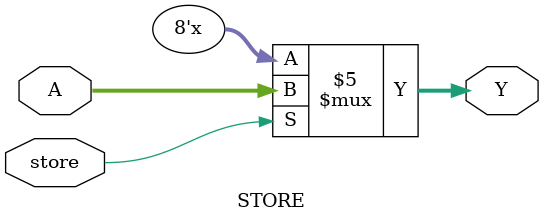
<source format=v>
module STORE(
    input [7:0] A,
    input store,
    output reg [7:0] Y
);

    // Herein, implement D-Latch style memory
    // that stores the input data into memory
    // when store is high
  always @(store) begin
    if(store)
      Y <= A;
    else if(~store)
      Y <= Y;
  end

    // Memory should always output the value
    // stored, and it should only change
    // when store is high

endmodule

</source>
